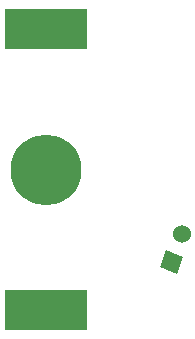
<source format=gbs>
G04 (created by PCBNEW (2013-07-07 BZR 4022)-stable) date 16-09-2014 20:10:18*
%MOIN*%
G04 Gerber Fmt 3.4, Leading zero omitted, Abs format*
%FSLAX34Y34*%
G01*
G70*
G90*
G04 APERTURE LIST*
%ADD10C,0.00590551*%
%ADD11C,0.06*%
%ADD12C,0.23622*%
%ADD13R,0.275591X0.137795*%
G04 APERTURE END LIST*
G54D10*
G36*
X4223Y-3599D02*
X3659Y-3394D01*
X3864Y-2830D01*
X4428Y-3035D01*
X4223Y-3599D01*
X4223Y-3599D01*
G37*
G54D11*
X4386Y-2275D03*
G54D12*
X-135Y-135D03*
G54D13*
X-135Y-4823D03*
X-135Y4553D03*
M02*

</source>
